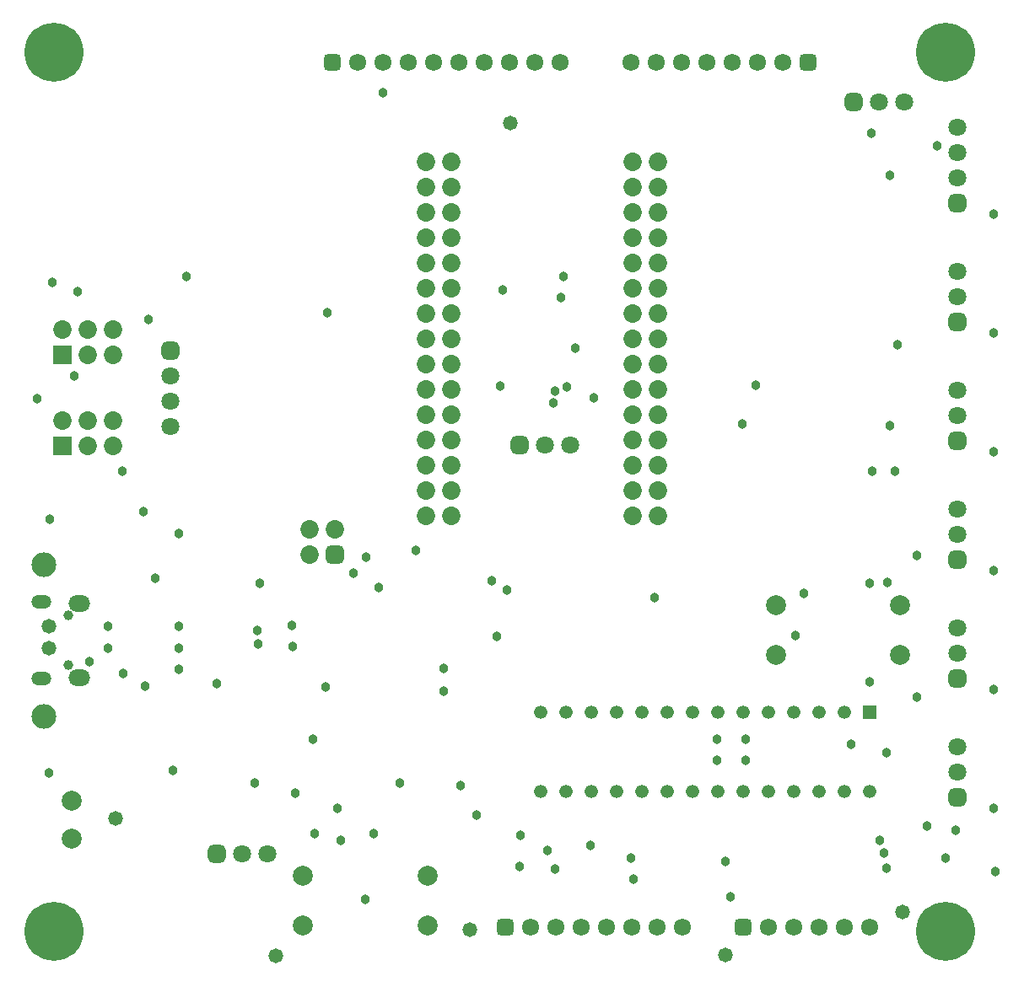
<source format=gbr>
%TF.GenerationSoftware,Altium Limited,Altium Designer,24.3.1 (35)*%
G04 Layer_Color=16711935*
%FSLAX45Y45*%
%MOMM*%
%TF.SameCoordinates,7E0553B6-A888-4128-BDB4-EB5F29F5F182*%
%TF.FilePolarity,Negative*%
%TF.FileFunction,Soldermask,Bot*%
%TF.Part,Single*%
G01*
G75*
%TA.AperFunction,ComponentPad*%
%ADD87C,1.85320*%
G04:AMPARAMS|DCode=88|XSize=1.8532mm|YSize=1.8532mm|CornerRadius=0.5141mm|HoleSize=0mm|Usage=FLASHONLY|Rotation=90.000|XOffset=0mm|YOffset=0mm|HoleType=Round|Shape=RoundedRectangle|*
%AMROUNDEDRECTD88*
21,1,1.85320,0.82500,0,0,90.0*
21,1,0.82500,1.85320,0,0,90.0*
1,1,1.02820,0.41250,0.41250*
1,1,1.02820,0.41250,-0.41250*
1,1,1.02820,-0.41250,-0.41250*
1,1,1.02820,-0.41250,0.41250*
%
%ADD88ROUNDEDRECTD88*%
G04:AMPARAMS|DCode=89|XSize=1.8032mm|YSize=1.8032mm|CornerRadius=0.5016mm|HoleSize=0mm|Usage=FLASHONLY|Rotation=0.000|XOffset=0mm|YOffset=0mm|HoleType=Round|Shape=RoundedRectangle|*
%AMROUNDEDRECTD89*
21,1,1.80320,0.80000,0,0,0.0*
21,1,0.80000,1.80320,0,0,0.0*
1,1,1.00320,0.40000,-0.40000*
1,1,1.00320,-0.40000,-0.40000*
1,1,1.00320,-0.40000,0.40000*
1,1,1.00320,0.40000,0.40000*
%
%ADD89ROUNDEDRECTD89*%
%ADD90C,1.80320*%
%ADD91C,2.00320*%
G04:AMPARAMS|DCode=92|XSize=1.8032mm|YSize=1.8032mm|CornerRadius=0.5016mm|HoleSize=0mm|Usage=FLASHONLY|Rotation=90.000|XOffset=0mm|YOffset=0mm|HoleType=Round|Shape=RoundedRectangle|*
%AMROUNDEDRECTD92*
21,1,1.80320,0.80000,0,0,90.0*
21,1,0.80000,1.80320,0,0,90.0*
1,1,1.00320,0.40000,0.40000*
1,1,1.00320,0.40000,-0.40000*
1,1,1.00320,-0.40000,-0.40000*
1,1,1.00320,-0.40000,0.40000*
%
%ADD92ROUNDEDRECTD92*%
%ADD93C,2.48920*%
%TA.AperFunction,ViaPad*%
%ADD94C,2.00320*%
%TA.AperFunction,ComponentPad*%
%ADD95C,1.72320*%
G04:AMPARAMS|DCode=96|XSize=1.7232mm|YSize=1.7232mm|CornerRadius=0.4816mm|HoleSize=0mm|Usage=FLASHONLY|Rotation=0.000|XOffset=0mm|YOffset=0mm|HoleType=Round|Shape=RoundedRectangle|*
%AMROUNDEDRECTD96*
21,1,1.72320,0.76000,0,0,0.0*
21,1,0.76000,1.72320,0,0,0.0*
1,1,0.96320,0.38000,-0.38000*
1,1,0.96320,-0.38000,-0.38000*
1,1,0.96320,-0.38000,0.38000*
1,1,0.96320,0.38000,0.38000*
%
%ADD96ROUNDEDRECTD96*%
%ADD97R,1.85320X1.85320*%
%ADD98C,5.91820*%
%ADD99R,1.33620X1.33620*%
%ADD100C,1.33620*%
%ADD101O,2.20320X1.65320*%
%ADD102O,2.00320X1.35320*%
%ADD103C,1.00320*%
%TA.AperFunction,ViaPad*%
%ADD104C,1.47320*%
%ADD105C,0.96520*%
D87*
X5486400Y6959600D02*
D03*
X5740400D02*
D03*
X5486400Y6705600D02*
D03*
X8730727Y10646512D02*
D03*
X8984727D02*
D03*
X8730727Y10392512D02*
D03*
X8984727D02*
D03*
X8730727Y10138512D02*
D03*
X8984727D02*
D03*
X8730727Y9884512D02*
D03*
X8984727D02*
D03*
Y9630512D02*
D03*
X8730727Y9376512D02*
D03*
X8984727D02*
D03*
X8730727Y9122512D02*
D03*
X8984727D02*
D03*
X8730727Y8868512D02*
D03*
X8984727D02*
D03*
X8730727Y8614512D02*
D03*
X8984727D02*
D03*
X8730727Y8360512D02*
D03*
X8984727D02*
D03*
X8730727Y8106512D02*
D03*
X8984727D02*
D03*
X8730727Y7852512D02*
D03*
X8984727D02*
D03*
X8730727Y7598512D02*
D03*
X8984727D02*
D03*
X8730727Y7344512D02*
D03*
X8984727D02*
D03*
X8730727Y7090512D02*
D03*
X8984727D02*
D03*
X8730727Y9630512D02*
D03*
X6656727Y10646512D02*
D03*
X6910727D02*
D03*
X6656727Y10392512D02*
D03*
X6910727D02*
D03*
X6656727Y10138512D02*
D03*
X6910727D02*
D03*
X6656727Y9884512D02*
D03*
X6910727D02*
D03*
Y9630512D02*
D03*
X6656727Y9376512D02*
D03*
X6910727D02*
D03*
X6656727Y9122512D02*
D03*
X6910727D02*
D03*
X6656727Y8868512D02*
D03*
X6910727D02*
D03*
X6656727Y8614512D02*
D03*
X6910727D02*
D03*
X6656727Y8360512D02*
D03*
X6910727D02*
D03*
X6656727Y8106512D02*
D03*
X6910727D02*
D03*
X6656727Y7852512D02*
D03*
X6910727D02*
D03*
X6656727Y7598512D02*
D03*
X6910727D02*
D03*
X6656727Y7344512D02*
D03*
X6910727D02*
D03*
X6656727Y7090512D02*
D03*
X6910727D02*
D03*
X6656727Y9630512D02*
D03*
X3009900Y8051800D02*
D03*
X3263900Y7797800D02*
D03*
Y8051800D02*
D03*
X3517900Y7797800D02*
D03*
Y8051800D02*
D03*
X3009900Y8966200D02*
D03*
X3263900Y8712200D02*
D03*
Y8966200D02*
D03*
X3517900Y8712200D02*
D03*
Y8966200D02*
D03*
D88*
X5740400Y6705600D02*
D03*
D89*
X4559300Y3695700D02*
D03*
X7594600Y7805400D02*
D03*
X10947400Y11252200D02*
D03*
D90*
X4813300Y3695700D02*
D03*
X5067300D02*
D03*
X7848600Y7805400D02*
D03*
X8102600D02*
D03*
X11201400Y11252200D02*
D03*
X11455400D02*
D03*
X11988800Y4521200D02*
D03*
Y4775200D02*
D03*
Y5715000D02*
D03*
Y5969000D02*
D03*
Y6908800D02*
D03*
Y7162800D02*
D03*
Y8102600D02*
D03*
Y8356600D02*
D03*
Y9296400D02*
D03*
Y9550400D02*
D03*
Y10998200D02*
D03*
Y10744200D02*
D03*
Y10490200D02*
D03*
X4089400Y7988300D02*
D03*
Y8242300D02*
D03*
Y8496300D02*
D03*
D91*
X10167300Y6197600D02*
D03*
X11417300D02*
D03*
X10167300Y5697600D02*
D03*
X11417300D02*
D03*
X6670200Y2975800D02*
D03*
X5420200D02*
D03*
X6670200Y3475800D02*
D03*
X5420200D02*
D03*
D92*
X11988800Y4267200D02*
D03*
Y5461000D02*
D03*
Y6654800D02*
D03*
Y7848600D02*
D03*
Y9042400D02*
D03*
Y10236200D02*
D03*
X4089400Y8750300D02*
D03*
D93*
X2819400Y6604000D02*
D03*
Y5080000D02*
D03*
D94*
X3098800Y3848100D02*
D03*
Y4229100D02*
D03*
D95*
X11112500Y2959100D02*
D03*
X10858500D02*
D03*
X10604500D02*
D03*
X10096500D02*
D03*
X10350500D02*
D03*
X8724900D02*
D03*
X8470900D02*
D03*
X8216900D02*
D03*
X7708900D02*
D03*
X7962900D02*
D03*
X8978900D02*
D03*
X9232900D02*
D03*
X9220000Y11645900D02*
D03*
X9474000D02*
D03*
X9728000D02*
D03*
X10236000D02*
D03*
X9982000D02*
D03*
X8966000D02*
D03*
X8712000D02*
D03*
X8001000Y11645900D02*
D03*
X7747000D02*
D03*
X7493000D02*
D03*
X6985000D02*
D03*
X6731000D02*
D03*
X6477000D02*
D03*
X5969000D02*
D03*
X6223000D02*
D03*
X7239000D02*
D03*
D96*
X9842500Y2959100D02*
D03*
X7454900D02*
D03*
X10490000Y11645900D02*
D03*
X5715000Y11645900D02*
D03*
D97*
X3009900Y7797800D02*
D03*
Y8712200D02*
D03*
D98*
X11874500Y11747500D02*
D03*
X2921000D02*
D03*
X11874500Y2921000D02*
D03*
X2921000D02*
D03*
D99*
X11112500Y5121300D02*
D03*
D100*
X10858500D02*
D03*
X10604500D02*
D03*
X10350500D02*
D03*
X10096500D02*
D03*
X9842500D02*
D03*
X9588500D02*
D03*
X9334500D02*
D03*
X9080500D02*
D03*
X8826500D02*
D03*
X8572500D02*
D03*
X8318500D02*
D03*
X8064500D02*
D03*
X7810500D02*
D03*
Y4327500D02*
D03*
X8064500D02*
D03*
X8318500D02*
D03*
X8572500D02*
D03*
X8826500D02*
D03*
X9080500D02*
D03*
X9334500D02*
D03*
X9588500D02*
D03*
X9842500D02*
D03*
X10096500D02*
D03*
X10350500D02*
D03*
X10604500D02*
D03*
X10858500D02*
D03*
X11112500D02*
D03*
D101*
X3172900Y6214500D02*
D03*
Y5469500D02*
D03*
D102*
X2792900Y6229500D02*
D03*
Y5454500D02*
D03*
D103*
X3067900Y6092000D02*
D03*
Y5592000D02*
D03*
D104*
X5151120Y2669540D02*
D03*
X7505700Y11036300D02*
D03*
X11442700Y3111500D02*
D03*
X9664700Y2679700D02*
D03*
X7099300Y2933700D02*
D03*
X3543300Y4051300D02*
D03*
X2870200Y5765800D02*
D03*
Y5981700D02*
D03*
D105*
X3835400Y5384800D02*
D03*
X4178300Y5981700D02*
D03*
Y5765800D02*
D03*
Y5549900D02*
D03*
X8039100Y9499600D02*
D03*
X8343900Y8280400D02*
D03*
X3162300Y9347200D02*
D03*
X11874500Y3657600D02*
D03*
X12369800Y3517900D02*
D03*
X5803900Y3835400D02*
D03*
X9664700Y3619500D02*
D03*
X8712200Y3657600D02*
D03*
X6396800Y4406900D02*
D03*
X11976100Y3937000D02*
D03*
X11252200Y3708400D02*
D03*
X8737600Y3441700D02*
D03*
X5651500Y5372100D02*
D03*
X5307960Y5993760D02*
D03*
X9969500Y8401150D02*
D03*
X9829800Y8013700D02*
D03*
X3123500Y8497000D02*
D03*
X3619500Y5511800D02*
D03*
X3937000Y6464300D02*
D03*
X3822700Y7137400D02*
D03*
X3873500Y9067800D02*
D03*
X5664200Y9131300D02*
D03*
X4991100Y6413500D02*
D03*
X5346700Y4305300D02*
D03*
X5765800Y4152900D02*
D03*
X7315200Y6438900D02*
D03*
X7467600Y6350000D02*
D03*
X7404100Y8394700D02*
D03*
X11137900Y7543800D02*
D03*
X11366500D02*
D03*
X8073932Y8391432D02*
D03*
X7950200Y8343900D02*
D03*
X7937500Y8229600D02*
D03*
X7594600Y3568700D02*
D03*
X8953500Y6273800D02*
D03*
X11277600Y4711700D02*
D03*
X11684000Y3975100D02*
D03*
X11214100Y3835400D02*
D03*
X11582400Y5270500D02*
D03*
Y6692900D02*
D03*
X11290300Y6426200D02*
D03*
X11112500Y6413500D02*
D03*
X11315700Y10515600D02*
D03*
X11125200Y10934700D02*
D03*
X11785600Y10807700D02*
D03*
X6553200Y6743700D02*
D03*
X11391900Y8813800D02*
D03*
X11315700Y8001000D02*
D03*
X11112500Y5422900D02*
D03*
X10922000Y4800600D02*
D03*
X10452100Y6311900D02*
D03*
X10363200Y5892800D02*
D03*
X9575800Y4851400D02*
D03*
X9867900D02*
D03*
X9575800Y4635500D02*
D03*
X9862524D02*
D03*
X11277600Y3556000D02*
D03*
X8305800Y3784600D02*
D03*
X7950200Y3543300D02*
D03*
X7874000Y3733800D02*
D03*
X6832600Y5334000D02*
D03*
Y5562600D02*
D03*
X7429500Y9359900D02*
D03*
X8013700Y9283700D02*
D03*
X8153400Y8775700D02*
D03*
X7366000Y5880100D02*
D03*
X6223000Y11341100D02*
D03*
X9715500Y3263900D02*
D03*
X4254500Y9499600D02*
D03*
X7000968Y4384768D02*
D03*
X5321300Y5778500D02*
D03*
X7162800Y4089400D02*
D03*
X7607300Y3886200D02*
D03*
X12354921Y4152900D02*
D03*
Y5346700D02*
D03*
Y6540500D02*
D03*
Y7734300D02*
D03*
Y8928100D02*
D03*
Y10121900D02*
D03*
X4175218Y6918418D02*
D03*
X4559300Y5410200D02*
D03*
X4968240Y5801360D02*
D03*
X5524500Y4851400D02*
D03*
X6134100Y3898900D02*
D03*
X5537200D02*
D03*
X6045200Y3238500D02*
D03*
X2870200Y4508500D02*
D03*
X2882900Y7061200D02*
D03*
X2755900Y8267700D02*
D03*
X2908300Y9436100D02*
D03*
X4114800Y4533900D02*
D03*
X4940300Y4406900D02*
D03*
X3606800Y7543800D02*
D03*
X6057900Y6680200D02*
D03*
X5927980Y6515100D02*
D03*
X6184900Y6375400D02*
D03*
X3276600Y5626100D02*
D03*
X4965700Y5943600D02*
D03*
X3467100Y5981700D02*
D03*
Y5765800D02*
D03*
%TF.MD5,8165fb6c79fc33af9ce96447eb77548a*%
M02*

</source>
